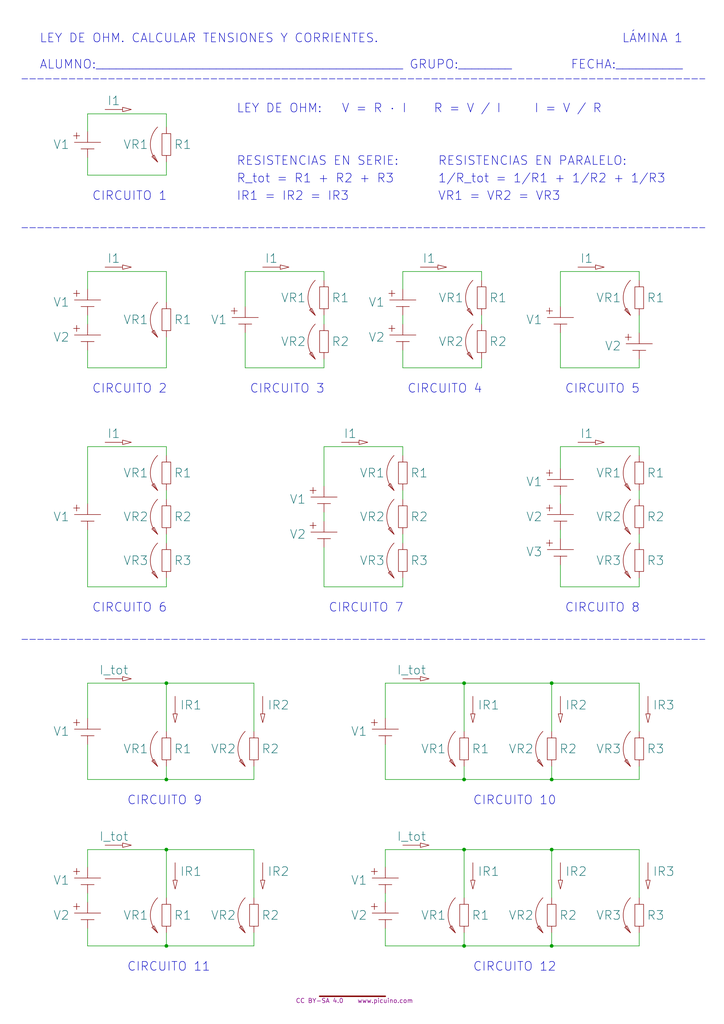
<source format=kicad_sch>
(kicad_sch (version 20211123) (generator eeschema)
  (paper "A4" portrait)
  (title_block (title "Circuitos eléctricos. Conexión serie y paralelo") (date "16/11/2018") (company "www.picuino.com") (comment 1 "Copyright (c) 2018 by Carlos Pardo") (comment 2 "License CC BY-SA 4.0"))
  (lib_symbols
    (symbol "electric-ley-ohm-serie-paralelo-rescue:CopyRight-simbolos" (pin_names (offset 1.016))
      (property "License" "Licencia CC BY-SA 4.0" (at 9.525 5.715 0))
      (property "Author" "Carlos Pardo" (at 7.62 3.81 0))
      (property "Date" "© 2018" (at -1.27 3.81 0))
      (property "Web" "www.picuino.com" (at 9.525 1.905 0))
      (symbol "CopyRight-simbolos_0_1"
        (polyline (pts (xy 0 0) (xy 19.05 0)) (stroke (width 0.4064)))
      )
    )
    (symbol "electric-ley-ohm-serie-paralelo-rescue:Pila-simbolos" (pin_names (offset 1.016))
      (property "Reference" "V" (at 5.08 -4.445 0))
      (symbol "Pila-simbolos_0_1"
        (polyline (pts (xy -4.064 -1.27) (xy -2.286 -1.27)))
        (polyline (pts (xy -3.81 -3.175) (xy 3.81 -3.175)))
        (polyline (pts (xy -3.175 -0.381) (xy -3.175 -2.159)))
        (polyline (pts (xy -1.905 -5.08) (xy 1.905 -5.08)))
      )
      (symbol "Pila-simbolos_1_1"
        (pin input line (at 0 -7.62 90) (length 2.54) (name "") (number ""))
        (pin input line (at 0 0 270) (length 3.175) (name "") (number ""))
      )
    )
    (symbol "electric-ley-ohm-serie-paralelo-rescue:current-simbolos" (pin_names (offset 1.016))
      (property "Reference" "I" (at 2.54 1.27 0))
      (symbol "current-simbolos_0_1"
        (polyline (pts (xy 0 0) (xy 5.08 0) (xy 5.08 0.635) (xy 7.62 0) (xy 5.08 -0.635) (xy 5.08 0)))
      )
    )
    (symbol "electric-ley-ohm-serie-paralelo-rescue:resistencia-simbolos" (pin_names (offset 1.016))
      (property "Reference" "R" (at 1.905 -5.08 0))
      (symbol "resistencia-simbolos_0_1"
        (rectangle (start -1.27 -1.905) (end 1.27 -8.255))
      )
      (symbol "resistencia-simbolos_1_1"
        (pin input line (at 0 -10.16 90) (length 1.905) (name "") (number ""))
        (pin input line (at 0 0 270) (length 1.905) (name "") (number ""))
      )
    )
    (symbol "electric-ley-ohm-serie-paralelo-rescue:voltaje_drop-simbolos" (pin_names (offset 1.016))
      (property "Reference" "V" (at -3.81 0 0))
      (symbol "voltaje_drop-simbolos_0_1"
        (polyline (pts (xy 0 -5.08) (xy -1.651 -3.556)))
        (polyline (pts (xy 0 -5.08) (xy -1.016 -3.048) (xy -1.651 -3.556)))
        (arc (start 0 5.08) (mid -2.1042 0) (end 0 -5.08))
      )
    )
  )
  (junction (at 160.02 198.12))
  (junction (at 134.62 246.38))
  (junction (at 48.26 198.12))
  (junction (at 48.26 226.06))
  (junction (at 160.02 246.38))
  (junction (at 160.02 226.06))
  (junction (at 134.62 274.32))
  (junction (at 48.26 246.38))
  (junction (at 48.26 274.32))
  (junction (at 134.62 198.12))
  (junction (at 134.62 226.06))
  (junction (at 160.02 274.32))
  (wire (pts (xy 134.62 198.12) (xy 160.02 198.12)))
  (wire (pts (xy 160.02 246.38) (xy 185.42 246.38)))
  (wire (pts (xy 93.98 129.54) (xy 116.84 129.54)))
  (wire (pts (xy 93.98 170.18) (xy 116.84 170.18)))
  (wire (pts (xy 25.4 274.32) (xy 48.26 274.32)))
  (wire (pts (xy 139.7 106.68) (xy 116.84 106.68)))
  (wire (pts (xy 162.56 129.54) (xy 185.42 129.54)))
  (wire (pts (xy 25.4 170.18) (xy 48.26 170.18)))
  (wire (pts (xy 185.42 270.51) (xy 185.42 274.32)))
  (wire (pts (xy 71.12 78.74) (xy 93.98 78.74)))
  (wire (pts (xy 162.56 129.54) (xy 162.56 135.89)))
  (wire (pts (xy 111.76 215.9) (xy 111.76 226.06)))
  (wire (pts (xy 111.76 259.08) (xy 111.76 261.62)))
  (wire (pts (xy 111.76 198.12) (xy 111.76 208.28)))
  (wire (pts (xy 185.42 198.12) (xy 185.42 212.09)))
  (wire (pts (xy 25.4 33.02) (xy 48.26 33.02)))
  (wire (pts (xy 71.12 106.68) (xy 93.98 106.68)))
  (wire (pts (xy 25.4 45.72) (xy 25.4 50.8)))
  (wire (pts (xy 48.26 226.06) (xy 73.66 226.06)))
  (wire (pts (xy 73.66 226.06) (xy 73.66 222.25)))
  (wire (pts (xy 134.62 222.25) (xy 134.62 226.06)))
  (polyline (pts (xy 6.35 185.42) (xy 204.47 185.42)))
  (wire (pts (xy 185.42 157.48) (xy 185.42 154.94)))
  (wire (pts (xy 162.56 170.18) (xy 185.42 170.18)))
  (wire (pts (xy 116.84 129.54) (xy 116.84 132.08)))
  (wire (pts (xy 116.84 91.44) (xy 116.84 93.98)))
  (wire (pts (xy 162.56 163.83) (xy 162.56 170.18)))
  (wire (pts (xy 48.26 246.38) (xy 48.26 260.35)))
  (wire (pts (xy 25.4 129.54) (xy 25.4 146.05)))
  (wire (pts (xy 160.02 226.06) (xy 160.02 222.25)))
  (wire (pts (xy 162.56 143.51) (xy 162.56 146.05)))
  (wire (pts (xy 48.26 97.79) (xy 48.26 106.68)))
  (wire (pts (xy 116.84 157.48) (xy 116.84 154.94)))
  (wire (pts (xy 185.42 96.52) (xy 185.42 91.44)))
  (wire (pts (xy 134.62 274.32) (xy 160.02 274.32)))
  (wire (pts (xy 48.26 270.51) (xy 48.26 274.32)))
  (wire (pts (xy 93.98 93.98) (xy 93.98 91.44)))
  (wire (pts (xy 134.62 246.38) (xy 160.02 246.38)))
  (wire (pts (xy 25.4 78.74) (xy 48.26 78.74)))
  (wire (pts (xy 25.4 50.8) (xy 48.26 50.8)))
  (wire (pts (xy 116.84 144.78) (xy 116.84 142.24)))
  (wire (pts (xy 185.42 78.74) (xy 185.42 81.28)))
  (wire (pts (xy 48.26 129.54) (xy 48.26 132.08)))
  (wire (pts (xy 48.26 144.78) (xy 48.26 142.24)))
  (wire (pts (xy 160.02 198.12) (xy 185.42 198.12)))
  (wire (pts (xy 185.42 129.54) (xy 185.42 132.08)))
  (wire (pts (xy 48.26 226.06) (xy 25.4 226.06)))
  (wire (pts (xy 48.26 198.12) (xy 73.66 198.12)))
  (wire (pts (xy 160.02 270.51) (xy 160.02 274.32)))
  (wire (pts (xy 48.26 170.18) (xy 48.26 167.64)))
  (wire (pts (xy 160.02 274.32) (xy 185.42 274.32)))
  (wire (pts (xy 185.42 170.18) (xy 185.42 167.64)))
  (wire (pts (xy 93.98 148.59) (xy 93.98 151.13)))
  (wire (pts (xy 48.26 198.12) (xy 48.26 212.09)))
  (wire (pts (xy 48.26 246.38) (xy 73.66 246.38)))
  (wire (pts (xy 93.98 78.74) (xy 93.98 81.28)))
  (wire (pts (xy 93.98 158.75) (xy 93.98 170.18)))
  (wire (pts (xy 139.7 81.28) (xy 139.7 78.74)))
  (wire (pts (xy 185.42 226.06) (xy 185.42 222.25)))
  (wire (pts (xy 93.98 106.68) (xy 93.98 104.14)))
  (wire (pts (xy 116.84 78.74) (xy 139.7 78.74)))
  (wire (pts (xy 185.42 246.38) (xy 185.42 260.35)))
  (wire (pts (xy 162.56 78.74) (xy 162.56 88.9)))
  (wire (pts (xy 25.4 153.67) (xy 25.4 170.18)))
  (wire (pts (xy 134.62 198.12) (xy 111.76 198.12)))
  (wire (pts (xy 25.4 269.24) (xy 25.4 274.32)))
  (wire (pts (xy 111.76 246.38) (xy 111.76 251.46)))
  (wire (pts (xy 160.02 246.38) (xy 160.02 260.35)))
  (wire (pts (xy 134.62 270.51) (xy 134.62 274.32)))
  (wire (pts (xy 48.26 198.12) (xy 25.4 198.12)))
  (wire (pts (xy 48.26 274.32) (xy 73.66 274.32)))
  (wire (pts (xy 139.7 104.14) (xy 139.7 106.68)))
  (wire (pts (xy 116.84 83.82) (xy 116.84 78.74)))
  (wire (pts (xy 25.4 91.44) (xy 25.4 93.98)))
  (wire (pts (xy 25.4 246.38) (xy 25.4 251.46)))
  (wire (pts (xy 48.26 246.38) (xy 25.4 246.38)))
  (wire (pts (xy 48.26 33.02) (xy 48.26 36.83)))
  (wire (pts (xy 116.84 170.18) (xy 116.84 167.64)))
  (wire (pts (xy 25.4 101.6) (xy 25.4 106.68)))
  (wire (pts (xy 160.02 198.12) (xy 160.02 212.09)))
  (wire (pts (xy 185.42 106.68) (xy 162.56 106.68)))
  (wire (pts (xy 48.26 78.74) (xy 48.26 87.63)))
  (wire (pts (xy 134.62 246.38) (xy 134.62 260.35)))
  (wire (pts (xy 73.66 270.51) (xy 73.66 274.32)))
  (wire (pts (xy 162.56 78.74) (xy 185.42 78.74)))
  (wire (pts (xy 134.62 226.06) (xy 160.02 226.06)))
  (wire (pts (xy 25.4 259.08) (xy 25.4 261.62)))
  (wire (pts (xy 25.4 215.9) (xy 25.4 226.06)))
  (wire (pts (xy 162.56 156.21) (xy 162.56 153.67)))
  (wire (pts (xy 71.12 88.9) (xy 71.12 78.74)))
  (wire (pts (xy 48.26 222.25) (xy 48.26 226.06)))
  (polyline (pts (xy 6.35 22.86) (xy 204.47 22.86)))
  (wire (pts (xy 111.76 269.24) (xy 111.76 274.32)))
  (wire (pts (xy 134.62 226.06) (xy 111.76 226.06)))
  (wire (pts (xy 25.4 129.54) (xy 48.26 129.54)))
  (wire (pts (xy 25.4 78.74) (xy 25.4 83.82)))
  (wire (pts (xy 48.26 106.68) (xy 25.4 106.68)))
  (wire (pts (xy 139.7 91.44) (xy 139.7 93.98)))
  (wire (pts (xy 25.4 198.12) (xy 25.4 208.28)))
  (wire (pts (xy 71.12 96.52) (xy 71.12 106.68)))
  (wire (pts (xy 93.98 129.54) (xy 93.98 140.97)))
  (wire (pts (xy 160.02 226.06) (xy 185.42 226.06)))
  (wire (pts (xy 25.4 38.1) (xy 25.4 33.02)))
  (wire (pts (xy 73.66 198.12) (xy 73.66 212.09)))
  (wire (pts (xy 111.76 274.32) (xy 134.62 274.32)))
  (wire (pts (xy 48.26 50.8) (xy 48.26 46.99)))
  (wire (pts (xy 134.62 198.12) (xy 134.62 212.09)))
  (wire (pts (xy 134.62 246.38) (xy 111.76 246.38)))
  (wire (pts (xy 185.42 144.78) (xy 185.42 142.24)))
  (wire (pts (xy 48.26 157.48) (xy 48.26 154.94)))
  (wire (pts (xy 185.42 106.68) (xy 185.42 104.14)))
  (polyline (pts (xy 6.35 66.04) (xy 204.47 66.04)))
  (wire (pts (xy 116.84 106.68) (xy 116.84 101.6)))
  (wire (pts (xy 162.56 96.52) (xy 162.56 106.68)))
  (wire (pts (xy 73.66 246.38) (xy 73.66 260.35)))
  (text "VR1 = VR2 = VR3" (at 127 58.42 0) (effects (font (size 2.54 2.54)) (justify left bottom)))
  (text "1/R_tot = 1/R1 + 1/R2 + 1/R3" (at 127 53.34 0) (effects (font (size 2.54 2.54)) (justify left bottom)))
  (text "I = V / R" (at 154.94 33.02 0) (effects (font (size 2.54 2.54)) (justify left bottom)))
  (text "LEY DE OHM. CALCULAR TENSIONES Y CORRIENTES.\n" (at 11.43 12.7 0) (effects (font (size 2.54 2.54)) (justify left bottom)))
  (text "R_tot = R1 + R2 + R3" (at 68.58 53.34 0) (effects (font (size 2.54 2.54)) (justify left bottom)))
  (text "FECHA:__________" (at 198.12 20.32 180) (effects (font (size 2.54 2.54)) (justify right bottom)))
  (text "V = R · I" (at 99.06 33.02 0) (effects (font (size 2.54 2.54)) (justify left bottom)))
  (text "R = V / I" (at 125.73 33.02 0) (effects (font (size 2.54 2.54)) (justify left bottom)))
  (text "ALUMNO:______________________________________________ GRUPO:________" (at 11.43 20.32 0) (effects (font (size 2.54 2.54)) (justify left bottom)))
  (text "CIRCUITO 3" (at 72.39 114.3 0) (effects (font (size 2.54 2.54)) (justify left bottom)))
  (text "CIRCUITO 5" (at 163.83 114.3 0) (effects (font (size 2.54 2.54)) (justify left bottom)))
  (text "CIRCUITO 1" (at 26.67 58.42 0) (effects (font (size 2.54 2.54)) (justify left bottom)))
  (text "LÁMINA 1\n" (at 198.12 12.7 180) (effects (font (size 2.54 2.54)) (justify right bottom)))
  (text "IR1 = IR2 = IR3" (at 68.58 58.42 0) (effects (font (size 2.54 2.54)) (justify left bottom)))
  (text "LEY DE OHM:" (at 68.58 33.02 0) (effects (font (size 2.54 2.54)) (justify left bottom)))
  (text "CIRCUITO 7" (at 95.25 177.8 0) (effects (font (size 2.54 2.54)) (justify left bottom)))
  (text "CIRCUITO 2" (at 26.67 114.3 0) (effects (font (size 2.54 2.54)) (justify left bottom)))
  (text "RESISTENCIAS EN PARALELO:" (at 127 48.26 0) (effects (font (size 2.54 2.54)) (justify left bottom)))
  (text "CIRCUITO 11" (at 36.83 281.94 0) (effects (font (size 2.54 2.54)) (justify left bottom)))
  (text "CIRCUITO 6" (at 26.67 177.8 0) (effects (font (size 2.54 2.54)) (justify left bottom)))
  (text "RESISTENCIAS EN SERIE:" (at 68.58 48.26 0) (effects (font (size 2.54 2.54)) (justify left bottom)))
  (text "CIRCUITO 9" (at 36.83 233.68 0) (effects (font (size 2.54 2.54)) (justify left bottom)))
  (text "CIRCUITO 12" (at 137.16 281.94 0) (effects (font (size 2.54 2.54)) (justify left bottom)))
  (text "CIRCUITO 4" (at 118.11 114.3 0) (effects (font (size 2.54 2.54)) (justify left bottom)))
  (text "CIRCUITO 8" (at 163.83 177.8 0) (effects (font (size 2.54 2.54)) (justify left bottom)))
  (text "CIRCUITO 10" (at 137.16 233.68 0) (effects (font (size 2.54 2.54)) (justify left bottom)))
  (symbol (lib_id "electric-ley-ohm-serie-paralelo-rescue:resistencia-simbolos") (at 48.26 36.83 0) (unit 1)
    (property "Reference" "R1" (at 50.3174 41.91 0) (effects (font (size 2.54 2.54)) (justify left)))
    (property "Value" "resistencia" (effects hide))
  )
  (symbol (lib_id "electric-ley-ohm-serie-paralelo-rescue:resistencia-simbolos") (at 139.7 81.28 0) (unit 1)
    (property "Reference" "R1" (at 141.7574 86.36 0) (effects (font (size 2.54 2.54)) (justify left)))
    (property "Value" "resistencia" (effects hide))
  )
  (symbol (lib_id "electric-ley-ohm-serie-paralelo-rescue:resistencia-simbolos") (at 139.7 93.98 0) (unit 1)
    (property "Reference" "R2" (at 141.7574 99.06 0) (effects (font (size 2.54 2.54)) (justify left)))
    (property "Value" "resistencia" (effects hide))
  )
  (symbol (lib_id "electric-ley-ohm-serie-paralelo-rescue:resistencia-simbolos") (at 93.98 81.28 0) (unit 1)
    (property "Reference" "R1" (at 96.0374 86.36 0) (effects (font (size 2.54 2.54)) (justify left)))
    (property "Value" "resistencia" (effects hide))
  )
  (symbol (lib_id "electric-ley-ohm-serie-paralelo-rescue:resistencia-simbolos") (at 93.98 93.98 0) (unit 1)
    (property "Reference" "R2" (at 96.0374 99.06 0) (effects (font (size 2.54 2.54)) (justify left)))
    (property "Value" "resistencia" (effects hide))
  )
  (symbol (lib_id "electric-ley-ohm-serie-paralelo-rescue:voltaje_drop-simbolos") (at 45.72 41.91 0) (unit 1)
    (property "Reference" "VR1" (at 43.18 41.91 0) (effects (font (size 2.54 2.54)) (justify right)))
    (property "Value" "voltaje_drop" (effects hide))
  )
  (symbol (lib_id "electric-ley-ohm-serie-paralelo-rescue:Pila-simbolos") (at 116.84 83.82 0) (unit 1)
    (property "Reference" "V1" (at 111.76 87.63 0) (effects (font (size 2.54 2.54)) (justify right)))
    (property "Value" "Pila" (effects hide))
  )
  (symbol (lib_id "electric-ley-ohm-serie-paralelo-rescue:Pila-simbolos") (at 116.84 93.98 0) (unit 1)
    (property "Reference" "V2" (at 111.76 97.79 0) (effects (font (size 2.54 2.54)) (justify right)))
    (property "Value" "Pila" (effects hide))
  )
  (symbol (lib_id "electric-ley-ohm-serie-paralelo-rescue:Pila-simbolos") (at 25.4 38.1 0) (unit 1)
    (property "Reference" "V1" (at 20.32 41.91 0) (effects (font (size 2.54 2.54)) (justify right)))
    (property "Value" "Pila" (effects hide))
  )
  (symbol (lib_id "electric-ley-ohm-serie-paralelo-rescue:Pila-simbolos") (at 71.12 88.9 0) (unit 1)
    (property "Reference" "V1" (at 66.04 92.71 0) (effects (font (size 2.54 2.54)) (justify right)))
    (property "Value" "Pila" (effects hide))
  )
  (symbol (lib_id "electric-ley-ohm-serie-paralelo-rescue:resistencia-simbolos") (at 48.26 87.63 0) (unit 1)
    (property "Reference" "R1" (at 50.3174 92.71 0) (effects (font (size 2.54 2.54)) (justify left)))
    (property "Value" "resistencia" (effects hide))
  )
  (symbol (lib_id "electric-ley-ohm-serie-paralelo-rescue:Pila-simbolos") (at 25.4 83.82 0) (unit 1)
    (property "Reference" "V1" (at 20.32 87.63 0) (effects (font (size 2.54 2.54)) (justify right)))
    (property "Value" "Pila" (effects hide))
  )
  (symbol (lib_id "electric-ley-ohm-serie-paralelo-rescue:Pila-simbolos") (at 25.4 93.98 0) (unit 1)
    (property "Reference" "V2" (at 20.32 97.79 0) (effects (font (size 2.54 2.54)) (justify right)))
    (property "Value" "Pila" (effects hide))
  )
  (symbol (lib_id "electric-ley-ohm-serie-paralelo-rescue:current-simbolos") (at 30.48 31.75 0) (unit 1)
    (property "Reference" "I1" (at 33.02 29.21 0) (effects (font (size 2.54 2.54))))
    (property "Value" "current" (effects hide))
  )
  (symbol (lib_id "electric-ley-ohm-serie-paralelo-rescue:current-simbolos") (at 76.2 77.47 0) (unit 1)
    (property "Reference" "I1" (at 78.74 74.93 0) (effects (font (size 2.54 2.54))))
    (property "Value" "current" (effects hide))
  )
  (symbol (lib_id "electric-ley-ohm-serie-paralelo-rescue:current-simbolos") (at 121.92 77.47 0) (unit 1)
    (property "Reference" "I1" (at 124.46 74.93 0) (effects (font (size 2.54 2.54))))
    (property "Value" "current" (effects hide))
  )
  (symbol (lib_id "electric-ley-ohm-serie-paralelo-rescue:current-simbolos") (at 30.48 77.47 0) (unit 1)
    (property "Reference" "I1" (at 33.02 74.93 0) (effects (font (size 2.54 2.54))))
    (property "Value" "current" (effects hide))
  )
  (symbol (lib_id "electric-ley-ohm-serie-paralelo-rescue:voltaje_drop-simbolos") (at 91.44 86.36 0) (unit 1)
    (property "Reference" "VR1" (at 88.9 86.36 0) (effects (font (size 2.54 2.54)) (justify right)))
    (property "Value" "voltaje_drop" (effects hide))
  )
  (symbol (lib_id "electric-ley-ohm-serie-paralelo-rescue:voltaje_drop-simbolos") (at 91.44 99.06 0) (unit 1)
    (property "Reference" "VR2" (at 88.9 99.06 0) (effects (font (size 2.54 2.54)) (justify right)))
    (property "Value" "voltaje_drop" (effects hide))
  )
  (symbol (lib_id "electric-ley-ohm-serie-paralelo-rescue:voltaje_drop-simbolos") (at 137.16 86.36 0) (unit 1)
    (property "Reference" "VR1" (at 134.62 86.36 0) (effects (font (size 2.54 2.54)) (justify right)))
    (property "Value" "voltaje_drop" (effects hide))
  )
  (symbol (lib_id "electric-ley-ohm-serie-paralelo-rescue:voltaje_drop-simbolos") (at 137.16 99.06 0) (unit 1)
    (property "Reference" "VR2" (at 134.62 99.06 0) (effects (font (size 2.54 2.54)) (justify right)))
    (property "Value" "voltaje_drop" (effects hide))
  )
  (symbol (lib_id "electric-ley-ohm-serie-paralelo-rescue:voltaje_drop-simbolos") (at 45.72 92.71 0) (unit 1)
    (property "Reference" "VR1" (at 43.18 92.71 0) (effects (font (size 2.54 2.54)) (justify right)))
    (property "Value" "voltaje_drop" (effects hide))
  )
  (symbol (lib_id "electric-ley-ohm-serie-paralelo-rescue:resistencia-simbolos") (at 48.26 212.09 0) (unit 1)
    (property "Reference" "R1" (at 50.3174 217.17 0) (effects (font (size 2.54 2.54)) (justify left)))
    (property "Value" "resistencia" (effects hide))
  )
  (symbol (lib_id "electric-ley-ohm-serie-paralelo-rescue:resistencia-simbolos") (at 73.66 212.09 0) (unit 1)
    (property "Reference" "R2" (at 75.7174 217.17 0) (effects (font (size 2.54 2.54)) (justify left)))
    (property "Value" "resistencia" (effects hide))
  )
  (symbol (lib_id "electric-ley-ohm-serie-paralelo-rescue:Pila-simbolos") (at 25.4 251.46 0) (unit 1)
    (property "Reference" "V1" (at 20.32 255.27 0) (effects (font (size 2.54 2.54)) (justify right)))
    (property "Value" "Pila" (effects hide))
  )
  (symbol (lib_id "electric-ley-ohm-serie-paralelo-rescue:Pila-simbolos") (at 25.4 261.62 0) (unit 1)
    (property "Reference" "V2" (at 20.32 265.43 0) (effects (font (size 2.54 2.54)) (justify right)))
    (property "Value" "Pila" (effects hide))
  )
  (symbol (lib_id "electric-ley-ohm-serie-paralelo-rescue:Pila-simbolos") (at 25.4 208.28 0) (unit 1)
    (property "Reference" "V1" (at 20.32 212.09 0) (effects (font (size 2.54 2.54)) (justify right)))
    (property "Value" "Pila" (effects hide))
  )
  (symbol (lib_id "electric-ley-ohm-serie-paralelo-rescue:current-simbolos") (at 30.48 196.85 0) (unit 1)
    (property "Reference" "I_tot" (at 33.02 194.31 0) (effects (font (size 2.54 2.54))))
    (property "Value" "current" (effects hide))
  )
  (symbol (lib_id "electric-ley-ohm-serie-paralelo-rescue:voltaje_drop-simbolos") (at 45.72 217.17 0) (unit 1)
    (property "Reference" "VR1" (at 43.18 217.17 0) (effects (font (size 2.54 2.54)) (justify right)))
    (property "Value" "voltaje_drop" (effects hide))
  )
  (symbol (lib_id "electric-ley-ohm-serie-paralelo-rescue:voltaje_drop-simbolos") (at 71.12 217.17 0) (unit 1)
    (property "Reference" "VR2" (at 68.58 217.17 0) (effects (font (size 2.54 2.54)) (justify right)))
    (property "Value" "voltaje_drop" (effects hide))
  )
  (symbol (lib_id "electric-ley-ohm-serie-paralelo-rescue:resistencia-simbolos") (at 48.26 260.35 0) (unit 1)
    (property "Reference" "R1" (at 50.3174 265.43 0) (effects (font (size 2.54 2.54)) (justify left)))
    (property "Value" "resistencia" (effects hide))
  )
  (symbol (lib_id "electric-ley-ohm-serie-paralelo-rescue:resistencia-simbolos") (at 73.66 260.35 0) (unit 1)
    (property "Reference" "R2" (at 75.7174 265.43 0) (effects (font (size 2.54 2.54)) (justify left)))
    (property "Value" "resistencia" (effects hide))
  )
  (symbol (lib_id "electric-ley-ohm-serie-paralelo-rescue:voltaje_drop-simbolos") (at 45.72 265.43 0) (unit 1)
    (property "Reference" "VR1" (at 43.18 265.43 0) (effects (font (size 2.54 2.54)) (justify right)))
    (property "Value" "voltaje_drop" (effects hide))
  )
  (symbol (lib_id "electric-ley-ohm-serie-paralelo-rescue:voltaje_drop-simbolos") (at 71.12 265.43 0) (unit 1)
    (property "Reference" "VR2" (at 68.58 265.43 0) (effects (font (size 2.54 2.54)) (justify right)))
    (property "Value" "voltaje_drop" (effects hide))
  )
  (symbol (lib_id "electric-ley-ohm-serie-paralelo-rescue:current-simbolos") (at 50.8 201.93 270) (unit 1)
    (property "Reference" "IR1" (at 52.07 204.47 90) (effects (font (size 2.54 2.54)) (justify left)))
    (property "Value" "current" (effects hide))
  )
  (symbol (lib_id "electric-ley-ohm-serie-paralelo-rescue:current-simbolos") (at 76.2 201.93 270) (unit 1)
    (property "Reference" "IR2" (at 77.47 204.47 90) (effects (font (size 2.54 2.54)) (justify left)))
    (property "Value" "current" (effects hide))
  )
  (symbol (lib_id "electric-ley-ohm-serie-paralelo-rescue:current-simbolos") (at 30.48 245.11 0) (unit 1)
    (property "Reference" "I_tot" (at 33.02 242.57 0) (effects (font (size 2.54 2.54))))
    (property "Value" "current" (effects hide))
  )
  (symbol (lib_id "electric-ley-ohm-serie-paralelo-rescue:current-simbolos") (at 50.8 250.19 270) (unit 1)
    (property "Reference" "IR1" (at 52.07 252.73 90) (effects (font (size 2.54 2.54)) (justify left)))
    (property "Value" "current" (effects hide))
  )
  (symbol (lib_id "electric-ley-ohm-serie-paralelo-rescue:current-simbolos") (at 76.2 250.19 270) (unit 1)
    (property "Reference" "IR2" (at 77.47 252.73 90) (effects (font (size 2.54 2.54)) (justify left)))
    (property "Value" "current" (effects hide))
  )
  (symbol (lib_id "electric-ley-ohm-serie-paralelo-rescue:resistencia-simbolos") (at 134.62 212.09 0) (unit 1)
    (property "Reference" "R1" (at 136.6774 217.17 0) (effects (font (size 2.54 2.54)) (justify left)))
    (property "Value" "resistencia" (effects hide))
  )
  (symbol (lib_id "electric-ley-ohm-serie-paralelo-rescue:resistencia-simbolos") (at 160.02 212.09 0) (unit 1)
    (property "Reference" "R2" (at 162.0774 217.17 0) (effects (font (size 2.54 2.54)) (justify left)))
    (property "Value" "resistencia" (effects hide))
  )
  (symbol (lib_id "electric-ley-ohm-serie-paralelo-rescue:Pila-simbolos") (at 111.76 208.28 0) (unit 1)
    (property "Reference" "V1" (at 106.68 212.09 0) (effects (font (size 2.54 2.54)) (justify right)))
    (property "Value" "Pila" (effects hide))
  )
  (symbol (lib_id "electric-ley-ohm-serie-paralelo-rescue:current-simbolos") (at 116.84 196.85 0) (unit 1)
    (property "Reference" "I_tot" (at 119.38 194.31 0) (effects (font (size 2.54 2.54))))
    (property "Value" "current" (effects hide))
  )
  (symbol (lib_id "electric-ley-ohm-serie-paralelo-rescue:voltaje_drop-simbolos") (at 132.08 217.17 0) (unit 1)
    (property "Reference" "VR1" (at 129.54 217.17 0) (effects (font (size 2.54 2.54)) (justify right)))
    (property "Value" "voltaje_drop" (effects hide))
  )
  (symbol (lib_id "electric-ley-ohm-serie-paralelo-rescue:voltaje_drop-simbolos") (at 157.48 217.17 0) (unit 1)
    (property "Reference" "VR2" (at 154.94 217.17 0) (effects (font (size 2.54 2.54)) (justify right)))
    (property "Value" "voltaje_drop" (effects hide))
  )
  (symbol (lib_id "electric-ley-ohm-serie-paralelo-rescue:current-simbolos") (at 137.16 201.93 270) (unit 1)
    (property "Reference" "IR1" (at 138.43 204.47 90) (effects (font (size 2.54 2.54)) (justify left)))
    (property "Value" "current" (effects hide))
  )
  (symbol (lib_id "electric-ley-ohm-serie-paralelo-rescue:current-simbolos") (at 162.56 201.93 270) (unit 1)
    (property "Reference" "IR2" (at 163.83 204.47 90) (effects (font (size 2.54 2.54)) (justify left)))
    (property "Value" "current" (effects hide))
  )
  (symbol (lib_id "electric-ley-ohm-serie-paralelo-rescue:resistencia-simbolos") (at 185.42 212.09 0) (unit 1)
    (property "Reference" "R3" (at 187.4774 217.17 0) (effects (font (size 2.54 2.54)) (justify left)))
    (property "Value" "resistencia" (effects hide))
  )
  (symbol (lib_id "electric-ley-ohm-serie-paralelo-rescue:voltaje_drop-simbolos") (at 182.88 217.17 0) (unit 1)
    (property "Reference" "VR3" (at 180.34 217.17 0) (effects (font (size 2.54 2.54)) (justify right)))
    (property "Value" "voltaje_drop" (effects hide))
  )
  (symbol (lib_id "electric-ley-ohm-serie-paralelo-rescue:current-simbolos") (at 187.96 201.93 270) (unit 1)
    (property "Reference" "IR3" (at 189.23 204.47 90) (effects (font (size 2.54 2.54)) (justify left)))
    (property "Value" "current" (effects hide))
  )
  (symbol (lib_id "electric-ley-ohm-serie-paralelo-rescue:Pila-simbolos") (at 111.76 251.46 0) (unit 1)
    (property "Reference" "V1" (at 106.68 255.27 0) (effects (font (size 2.54 2.54)) (justify right)))
    (property "Value" "Pila" (effects hide))
  )
  (symbol (lib_id "electric-ley-ohm-serie-paralelo-rescue:Pila-simbolos") (at 111.76 261.62 0) (unit 1)
    (property "Reference" "V2" (at 106.68 265.43 0) (effects (font (size 2.54 2.54)) (justify right)))
    (property "Value" "Pila" (effects hide))
  )
  (symbol (lib_id "electric-ley-ohm-serie-paralelo-rescue:resistencia-simbolos") (at 134.62 260.35 0) (unit 1)
    (property "Reference" "R1" (at 136.6774 265.43 0) (effects (font (size 2.54 2.54)) (justify left)))
    (property "Value" "resistencia" (effects hide))
  )
  (symbol (lib_id "electric-ley-ohm-serie-paralelo-rescue:resistencia-simbolos") (at 160.02 260.35 0) (unit 1)
    (property "Reference" "R2" (at 162.0774 265.43 0) (effects (font (size 2.54 2.54)) (justify left)))
    (property "Value" "resistencia" (effects hide))
  )
  (symbol (lib_id "electric-ley-ohm-serie-paralelo-rescue:voltaje_drop-simbolos") (at 132.08 265.43 0) (unit 1)
    (property "Reference" "VR1" (at 129.54 265.43 0) (effects (font (size 2.54 2.54)) (justify right)))
    (property "Value" "voltaje_drop" (effects hide))
  )
  (symbol (lib_id "electric-ley-ohm-serie-paralelo-rescue:voltaje_drop-simbolos") (at 157.48 265.43 0) (unit 1)
    (property "Reference" "VR2" (at 154.94 265.43 0) (effects (font (size 2.54 2.54)) (justify right)))
    (property "Value" "voltaje_drop" (effects hide))
  )
  (symbol (lib_id "electric-ley-ohm-serie-paralelo-rescue:current-simbolos") (at 116.84 245.11 0) (unit 1)
    (property "Reference" "I_tot" (at 119.38 242.57 0) (effects (font (size 2.54 2.54))))
    (property "Value" "current" (effects hide))
  )
  (symbol (lib_id "electric-ley-ohm-serie-paralelo-rescue:current-simbolos") (at 137.16 250.19 270) (unit 1)
    (property "Reference" "IR1" (at 138.43 252.73 90) (effects (font (size 2.54 2.54)) (justify left)))
    (property "Value" "current" (effects hide))
  )
  (symbol (lib_id "electric-ley-ohm-serie-paralelo-rescue:current-simbolos") (at 162.56 250.19 270) (unit 1)
    (property "Reference" "IR2" (at 163.83 252.73 90) (effects (font (size 2.54 2.54)) (justify left)))
    (property "Value" "current" (effects hide))
  )
  (symbol (lib_id "electric-ley-ohm-serie-paralelo-rescue:resistencia-simbolos") (at 185.42 260.35 0) (unit 1)
    (property "Reference" "R3" (at 187.4774 265.43 0) (effects (font (size 2.54 2.54)) (justify left)))
    (property "Value" "resistencia" (effects hide))
  )
  (symbol (lib_id "electric-ley-ohm-serie-paralelo-rescue:voltaje_drop-simbolos") (at 182.88 265.43 0) (unit 1)
    (property "Reference" "VR3" (at 180.34 265.43 0) (effects (font (size 2.54 2.54)) (justify right)))
    (property "Value" "voltaje_drop" (effects hide))
  )
  (symbol (lib_id "electric-ley-ohm-serie-paralelo-rescue:current-simbolos") (at 187.96 250.19 270) (unit 1)
    (property "Reference" "IR3" (at 189.23 252.73 90) (effects (font (size 2.54 2.54)) (justify left)))
    (property "Value" "current" (effects hide))
  )
  (symbol (lib_id "electric-ley-ohm-serie-paralelo-rescue:resistencia-simbolos") (at 48.26 132.08 0) (unit 1)
    (property "Reference" "R1" (at 50.3174 137.16 0) (effects (font (size 2.54 2.54)) (justify left)))
    (property "Value" "resistencia" (effects hide))
  )
  (symbol (lib_id "electric-ley-ohm-serie-paralelo-rescue:resistencia-simbolos") (at 48.26 144.78 0) (unit 1)
    (property "Reference" "R2" (at 50.3174 149.86 0) (effects (font (size 2.54 2.54)) (justify left)))
    (property "Value" "resistencia" (effects hide))
  )
  (symbol (lib_id "electric-ley-ohm-serie-paralelo-rescue:Pila-simbolos") (at 25.4 146.05 0) (unit 1)
    (property "Reference" "V1" (at 20.32 149.86 0) (effects (font (size 2.54 2.54)) (justify right)))
    (property "Value" "Pila" (effects hide))
  )
  (symbol (lib_id "electric-ley-ohm-serie-paralelo-rescue:current-simbolos") (at 30.48 128.27 0) (unit 1)
    (property "Reference" "I1" (at 33.02 125.73 0) (effects (font (size 2.54 2.54))))
    (property "Value" "current" (effects hide))
  )
  (symbol (lib_id "electric-ley-ohm-serie-paralelo-rescue:voltaje_drop-simbolos") (at 45.72 137.16 0) (unit 1)
    (property "Reference" "VR1" (at 43.18 137.16 0) (effects (font (size 2.54 2.54)) (justify right)))
    (property "Value" "voltaje_drop" (effects hide))
  )
  (symbol (lib_id "electric-ley-ohm-serie-paralelo-rescue:voltaje_drop-simbolos") (at 45.72 149.86 0) (unit 1)
    (property "Reference" "VR2" (at 43.18 149.86 0) (effects (font (size 2.54 2.54)) (justify right)))
    (property "Value" "voltaje_drop" (effects hide))
  )
  (symbol (lib_id "electric-ley-ohm-serie-paralelo-rescue:resistencia-simbolos") (at 48.26 157.48 0) (unit 1)
    (property "Reference" "R3" (at 50.3174 162.56 0) (effects (font (size 2.54 2.54)) (justify left)))
    (property "Value" "resistencia" (effects hide))
  )
  (symbol (lib_id "electric-ley-ohm-serie-paralelo-rescue:voltaje_drop-simbolos") (at 45.72 162.56 0) (unit 1)
    (property "Reference" "VR3" (at 43.18 162.56 0) (effects (font (size 2.54 2.54)) (justify right)))
    (property "Value" "voltaje_drop" (effects hide))
  )
  (symbol (lib_id "electric-ley-ohm-serie-paralelo-rescue:resistencia-simbolos") (at 116.84 132.08 0) (unit 1)
    (property "Reference" "R1" (at 118.8974 137.16 0) (effects (font (size 2.54 2.54)) (justify left)))
    (property "Value" "resistencia" (effects hide))
  )
  (symbol (lib_id "electric-ley-ohm-serie-paralelo-rescue:resistencia-simbolos") (at 116.84 144.78 0) (unit 1)
    (property "Reference" "R2" (at 118.8974 149.86 0) (effects (font (size 2.54 2.54)) (justify left)))
    (property "Value" "resistencia" (effects hide))
  )
  (symbol (lib_id "electric-ley-ohm-serie-paralelo-rescue:current-simbolos") (at 99.06 128.27 0) (unit 1)
    (property "Reference" "I1" (at 101.6 125.73 0) (effects (font (size 2.54 2.54))))
    (property "Value" "current" (effects hide))
  )
  (symbol (lib_id "electric-ley-ohm-serie-paralelo-rescue:voltaje_drop-simbolos") (at 114.3 137.16 0) (unit 1)
    (property "Reference" "VR1" (at 111.76 137.16 0) (effects (font (size 2.54 2.54)) (justify right)))
    (property "Value" "voltaje_drop" (effects hide))
  )
  (symbol (lib_id "electric-ley-ohm-serie-paralelo-rescue:voltaje_drop-simbolos") (at 114.3 149.86 0) (unit 1)
    (property "Reference" "VR2" (at 111.76 149.86 0) (effects (font (size 2.54 2.54)) (justify right)))
    (property "Value" "voltaje_drop" (effects hide))
  )
  (symbol (lib_id "electric-ley-ohm-serie-paralelo-rescue:resistencia-simbolos") (at 116.84 157.48 0) (unit 1)
    (property "Reference" "R3" (at 118.8974 162.56 0) (effects (font (size 2.54 2.54)) (justify left)))
    (property "Value" "resistencia" (effects hide))
  )
  (symbol (lib_id "electric-ley-ohm-serie-paralelo-rescue:voltaje_drop-simbolos") (at 114.3 162.56 0) (unit 1)
    (property "Reference" "VR3" (at 111.76 162.56 0) (effects (font (size 2.54 2.54)) (justify right)))
    (property "Value" "voltaje_drop" (effects hide))
  )
  (symbol (lib_id "electric-ley-ohm-serie-paralelo-rescue:Pila-simbolos") (at 93.98 140.97 0) (unit 1)
    (property "Reference" "V1" (at 88.9 144.78 0) (effects (font (size 2.54 2.54)) (justify right)))
    (property "Value" "Pila" (effects hide))
  )
  (symbol (lib_id "electric-ley-ohm-serie-paralelo-rescue:Pila-simbolos") (at 93.98 151.13 0) (unit 1)
    (property "Reference" "V2" (at 88.9 154.94 0) (effects (font (size 2.54 2.54)) (justify right)))
    (property "Value" "Pila" (effects hide))
  )
  (symbol (lib_id "electric-ley-ohm-serie-paralelo-rescue:resistencia-simbolos") (at 185.42 132.08 0) (unit 1)
    (property "Reference" "R1" (at 187.4774 137.16 0) (effects (font (size 2.54 2.54)) (justify left)))
    (property "Value" "resistencia" (effects hide))
  )
  (symbol (lib_id "electric-ley-ohm-serie-paralelo-rescue:resistencia-simbolos") (at 185.42 144.78 0) (unit 1)
    (property "Reference" "R2" (at 187.4774 149.86 0) (effects (font (size 2.54 2.54)) (justify left)))
    (property "Value" "resistencia" (effects hide))
  )
  (symbol (lib_id "electric-ley-ohm-serie-paralelo-rescue:current-simbolos") (at 167.64 128.27 0) (unit 1)
    (property "Reference" "I1" (at 170.18 125.73 0) (effects (font (size 2.54 2.54))))
    (property "Value" "current" (effects hide))
  )
  (symbol (lib_id "electric-ley-ohm-serie-paralelo-rescue:voltaje_drop-simbolos") (at 182.88 137.16 0) (unit 1)
    (property "Reference" "VR1" (at 180.34 137.16 0) (effects (font (size 2.54 2.54)) (justify right)))
    (property "Value" "voltaje_drop" (effects hide))
  )
  (symbol (lib_id "electric-ley-ohm-serie-paralelo-rescue:voltaje_drop-simbolos") (at 182.88 149.86 0) (unit 1)
    (property "Reference" "VR2" (at 180.34 149.86 0) (effects (font (size 2.54 2.54)) (justify right)))
    (property "Value" "voltaje_drop" (effects hide))
  )
  (symbol (lib_id "electric-ley-ohm-serie-paralelo-rescue:resistencia-simbolos") (at 185.42 157.48 0) (unit 1)
    (property "Reference" "R3" (at 187.4774 162.56 0) (effects (font (size 2.54 2.54)) (justify left)))
    (property "Value" "resistencia" (effects hide))
  )
  (symbol (lib_id "electric-ley-ohm-serie-paralelo-rescue:voltaje_drop-simbolos") (at 182.88 162.56 0) (unit 1)
    (property "Reference" "VR3" (at 180.34 162.56 0) (effects (font (size 2.54 2.54)) (justify right)))
    (property "Value" "voltaje_drop" (effects hide))
  )
  (symbol (lib_id "electric-ley-ohm-serie-paralelo-rescue:Pila-simbolos") (at 162.56 135.89 0) (unit 1)
    (property "Reference" "V1" (at 157.48 139.7 0) (effects (font (size 2.54 2.54)) (justify right)))
    (property "Value" "Pila" (effects hide))
  )
  (symbol (lib_id "electric-ley-ohm-serie-paralelo-rescue:Pila-simbolos") (at 162.56 146.05 0) (unit 1)
    (property "Reference" "V2" (at 157.48 149.86 0) (effects (font (size 2.54 2.54)) (justify right)))
    (property "Value" "Pila" (effects hide))
  )
  (symbol (lib_id "electric-ley-ohm-serie-paralelo-rescue:Pila-simbolos") (at 162.56 156.21 0) (unit 1)
    (property "Reference" "V3" (at 157.48 160.02 0) (effects (font (size 2.54 2.54)) (justify right)))
    (property "Value" "Pila" (effects hide))
  )
  (symbol (lib_id "electric-ley-ohm-serie-paralelo-rescue:resistencia-simbolos") (at 185.42 81.28 0) (unit 1)
    (property "Reference" "R1" (at 187.4774 86.36 0) (effects (font (size 2.54 2.54)) (justify left)))
    (property "Value" "resistencia" (effects hide))
  )
  (symbol (lib_id "electric-ley-ohm-serie-paralelo-rescue:Pila-simbolos") (at 162.56 88.9 0) (unit 1)
    (property "Reference" "V1" (at 157.48 92.71 0) (effects (font (size 2.54 2.54)) (justify right)))
    (property "Value" "Pila" (effects hide))
  )
  (symbol (lib_id "electric-ley-ohm-serie-paralelo-rescue:current-simbolos") (at 167.64 77.47 0) (unit 1)
    (property "Reference" "I1" (at 170.18 74.93 0) (effects (font (size 2.54 2.54))))
    (property "Value" "current" (effects hide))
  )
  (symbol (lib_id "electric-ley-ohm-serie-paralelo-rescue:voltaje_drop-simbolos") (at 182.88 86.36 0) (unit 1)
    (property "Reference" "VR1" (at 180.34 86.36 0) (effects (font (size 2.54 2.54)) (justify right)))
    (property "Value" "voltaje_drop" (effects hide))
  )
  (symbol (lib_id "electric-ley-ohm-serie-paralelo-rescue:Pila-simbolos") (at 185.42 96.52 0) (unit 1)
    (property "Reference" "V2" (at 180.34 100.33 0) (effects (font (size 2.54 2.54)) (justify right)))
    (property "Value" "Pila" (effects hide))
  )
  (symbol (lib_id "electric-ley-ohm-serie-paralelo-rescue:CopyRight-simbolos") (at 92.71 288.925 0) (unit 1)
    (property "Reference" "CP?" (effects hide))
    (property "Value" "CopyRight" (effects hide))
    (property "License" "CC BY-SA 4.0" (at 92.71 290.195 0))
    (property "Web" "www.picuino.com" (at 111.76 290.195 0))
  )
  (sheet (at 231.14 27.94) (size 53.34 33.02)
    (property "Sheet name" "Circuitos Mixtos" (at 231.14 26.5934 0) (effects (font (size 2.54 2.54)) (justify left bottom)))
    (property "Sheet file" "electric-ley-ohm-serie-paralelo-2.kicad_sch" (at 231.14 62.0526 0) (effects (font (size 2.54 2.54)) (justify left top)))
  )
)
</source>
